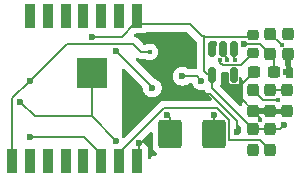
<source format=gbr>
%TF.GenerationSoftware,KiCad,Pcbnew,9.0.3*%
%TF.CreationDate,2025-08-01T16:52:07-04:00*%
%TF.ProjectId,dongle_pcb,646f6e67-6c65-45f7-9063-622e6b696361,rev?*%
%TF.SameCoordinates,Original*%
%TF.FileFunction,Copper,L2,Bot*%
%TF.FilePolarity,Positive*%
%FSLAX46Y46*%
G04 Gerber Fmt 4.6, Leading zero omitted, Abs format (unit mm)*
G04 Created by KiCad (PCBNEW 9.0.3) date 2025-08-01 16:52:07*
%MOMM*%
%LPD*%
G01*
G04 APERTURE LIST*
G04 Aperture macros list*
%AMRoundRect*
0 Rectangle with rounded corners*
0 $1 Rounding radius*
0 $2 $3 $4 $5 $6 $7 $8 $9 X,Y pos of 4 corners*
0 Add a 4 corners polygon primitive as box body*
4,1,4,$2,$3,$4,$5,$6,$7,$8,$9,$2,$3,0*
0 Add four circle primitives for the rounded corners*
1,1,$1+$1,$2,$3*
1,1,$1+$1,$4,$5*
1,1,$1+$1,$6,$7*
1,1,$1+$1,$8,$9*
0 Add four rect primitives between the rounded corners*
20,1,$1+$1,$2,$3,$4,$5,0*
20,1,$1+$1,$4,$5,$6,$7,0*
20,1,$1+$1,$6,$7,$8,$9,0*
20,1,$1+$1,$8,$9,$2,$3,0*%
G04 Aperture macros list end*
%TA.AperFunction,SMDPad,CuDef*%
%ADD10RoundRect,0.237500X-0.237500X0.300000X-0.237500X-0.300000X0.237500X-0.300000X0.237500X0.300000X0*%
%TD*%
%TA.AperFunction,SMDPad,CuDef*%
%ADD11RoundRect,0.250000X-0.750000X-0.950000X0.750000X-0.950000X0.750000X0.950000X-0.750000X0.950000X0*%
%TD*%
%TA.AperFunction,SMDPad,CuDef*%
%ADD12RoundRect,0.225000X0.250000X-0.225000X0.250000X0.225000X-0.250000X0.225000X-0.250000X-0.225000X0*%
%TD*%
%TA.AperFunction,SMDPad,CuDef*%
%ADD13R,0.900000X2.000000*%
%TD*%
%TA.AperFunction,SMDPad,CuDef*%
%ADD14R,2.500000X2.500000*%
%TD*%
%TA.AperFunction,SMDPad,CuDef*%
%ADD15RoundRect,0.237500X0.237500X-0.300000X0.237500X0.300000X-0.237500X0.300000X-0.237500X-0.300000X0*%
%TD*%
%TA.AperFunction,SMDPad,CuDef*%
%ADD16RoundRect,0.150000X-0.150000X0.512500X-0.150000X-0.512500X0.150000X-0.512500X0.150000X0.512500X0*%
%TD*%
%TA.AperFunction,SMDPad,CuDef*%
%ADD17RoundRect,0.237500X0.300000X0.237500X-0.300000X0.237500X-0.300000X-0.237500X0.300000X-0.237500X0*%
%TD*%
%TA.AperFunction,ViaPad*%
%ADD18C,0.600000*%
%TD*%
%TA.AperFunction,ViaPad*%
%ADD19C,0.450000*%
%TD*%
%TA.AperFunction,ViaPad*%
%ADD20C,0.400000*%
%TD*%
%TA.AperFunction,Conductor*%
%ADD21C,0.200000*%
%TD*%
%TA.AperFunction,Conductor*%
%ADD22C,0.150000*%
%TD*%
G04 APERTURE END LIST*
D10*
%TO.P,C4,1*%
%TO.N,Net-(U3-XO)*%
X141780000Y-70477500D03*
%TO.P,C4,2*%
%TO.N,GND*%
X141780000Y-72202500D03*
%TD*%
D11*
%TO.P,Y1,1,1*%
%TO.N,Net-(U3-XO)*%
X131850000Y-78980000D03*
%TO.P,Y1,2,2*%
%TO.N,Net-(U3-XI)*%
X135550000Y-78980000D03*
%TD*%
D12*
%TO.P,R4,1*%
%TO.N,Net-(U1-RST)*%
X138840000Y-72115000D03*
%TO.P,R4,2*%
%TO.N,+3.3V*%
X138840000Y-70565000D03*
%TD*%
D10*
%TO.P,R5,1*%
%TO.N,+3.3V*%
X140310000Y-78565000D03*
%TO.P,R5,2*%
%TO.N,Net-(U1-GPIO2)*%
X140310000Y-80290000D03*
%TD*%
%TO.P,C3,1*%
%TO.N,+3.3V*%
X140310000Y-75257500D03*
%TO.P,C3,2*%
%TO.N,GND*%
X140310000Y-76982500D03*
%TD*%
D13*
%TO.P,U1,1,ADC*%
%TO.N,unconnected-(U1-ADC-Pad1)*%
X119990000Y-68940000D03*
%TO.P,U1,2,EN*%
%TO.N,unconnected-(U1-EN-Pad2)*%
X121490000Y-68940000D03*
%TO.P,U1,3,GPIO14*%
%TO.N,unconnected-(U1-GPIO14-Pad3)*%
X122990000Y-68940000D03*
%TO.P,U1,4,GPIO12*%
%TO.N,unconnected-(U1-GPIO12-Pad4)*%
X124490000Y-68940000D03*
%TO.P,U1,5,GPIO13*%
%TO.N,unconnected-(U1-GPIO13-Pad5)*%
X125990000Y-68940000D03*
%TO.P,U1,6,GPIO15*%
%TO.N,unconnected-(U1-GPIO15-Pad6)*%
X127490000Y-68940000D03*
%TO.P,U1,7,VCC*%
%TO.N,+3.3V*%
X128990000Y-68940000D03*
%TO.P,U1,8,GND*%
%TO.N,GND*%
X128990000Y-81240000D03*
%TO.P,U1,9,GPIO2*%
%TO.N,Net-(U1-GPIO2)*%
X127490000Y-81240000D03*
%TO.P,U1,10,GPIO0*%
%TO.N,Net-(U1-GPIO0)*%
X125990000Y-81240000D03*
%TO.P,U1,11,GPIO4*%
%TO.N,unconnected-(U1-GPIO4-Pad11)*%
X124490000Y-81240000D03*
%TO.P,U1,12,GPIO5*%
%TO.N,unconnected-(U1-GPIO5-Pad12)*%
X122990000Y-81240000D03*
%TO.P,U1,13,RX*%
%TO.N,Net-(U1-RX)*%
X121490000Y-81240000D03*
%TO.P,U1,14,TX*%
%TO.N,Net-(U1-TX)*%
X119990000Y-81240000D03*
%TO.P,U1,15,RST*%
%TO.N,Net-(U1-RST)*%
X118490000Y-81240000D03*
D14*
%TO.P,U1,16,GND*%
%TO.N,GND*%
X125190000Y-73790000D03*
%TD*%
D15*
%TO.P,R3,1*%
%TO.N,Net-(U1-GPIO0)*%
X138850000Y-80290000D03*
%TO.P,R3,2*%
%TO.N,+3.3V*%
X138850000Y-78565000D03*
%TD*%
D10*
%TO.P,C5,1*%
%TO.N,Net-(U3-XI)*%
X138840000Y-75255000D03*
%TO.P,C5,2*%
%TO.N,GND*%
X138840000Y-76980000D03*
%TD*%
D15*
%TO.P,R2,1*%
%TO.N,VBUS*%
X140320000Y-72202500D03*
%TO.P,R2,2*%
%TO.N,Net-(U2-EN)*%
X140320000Y-70477500D03*
%TD*%
D10*
%TO.P,C2,1*%
%TO.N,+3.3V*%
X141770000Y-75267500D03*
%TO.P,C2,2*%
%TO.N,GND*%
X141770000Y-76992500D03*
%TD*%
D16*
%TO.P,U2,1,VIN*%
%TO.N,VBUS*%
X135362500Y-71722500D03*
%TO.P,U2,2,GND*%
%TO.N,GND*%
X136312500Y-71722500D03*
%TO.P,U2,3,EN*%
%TO.N,Net-(U2-EN)*%
X137262500Y-71722500D03*
%TO.P,U2,4,NC*%
%TO.N,unconnected-(U2-NC-Pad4)*%
X137262500Y-73997500D03*
%TO.P,U2,5,VOUT*%
%TO.N,+3.3V*%
X135362500Y-73997500D03*
%TD*%
D17*
%TO.P,C1,1*%
%TO.N,VBUS*%
X140632500Y-73730000D03*
%TO.P,C1,2*%
%TO.N,GND*%
X138907500Y-73730000D03*
%TD*%
D18*
%TO.N,GND*%
X141610000Y-73730000D03*
D19*
X136680000Y-72700000D03*
D18*
X127275000Y-79535000D03*
X119160147Y-76242192D03*
X137500000Y-78830000D03*
X129228527Y-79690000D03*
X133820000Y-75530000D03*
D19*
X139440000Y-77810000D03*
D18*
%TO.N,VBUS*%
X135512500Y-71330000D03*
X138087500Y-71330000D03*
%TO.N,+3.3V*%
X141700000Y-75267500D03*
X141500000Y-78180000D03*
X125180000Y-70714000D03*
%TO.N,Net-(U3-XO)*%
X141700000Y-70477500D03*
X131610000Y-77329000D03*
%TO.N,Net-(U3-XI)*%
X130320000Y-75055000D03*
X127275000Y-71915000D03*
X135570000Y-77330000D03*
D19*
X140950000Y-76120000D03*
D18*
%TO.N,D-*%
X132880000Y-74070000D03*
X134490000Y-74430000D03*
D19*
%TO.N,Net-(U2-EN)*%
X137330000Y-72680000D03*
D20*
X141345376Y-71397552D03*
D18*
%TO.N,Net-(U1-GPIO0)*%
X119960000Y-79230000D03*
X125990000Y-81240000D03*
X138850000Y-80290000D03*
D19*
%TO.N,Net-(U1-RST)*%
X136070000Y-72720000D03*
D20*
X130100000Y-72000000D03*
D18*
X119960000Y-74460000D03*
%TO.N,Net-(U1-RX)*%
X121490000Y-81240000D03*
%TO.N,Net-(U1-TX)*%
X119990000Y-81240000D03*
%TD*%
D21*
%TO.N,GND*%
X129228527Y-79690000D02*
X129228527Y-80479000D01*
X133820000Y-75530000D02*
X135187043Y-75530000D01*
X139440000Y-77580000D02*
X138840000Y-76980000D01*
X137888500Y-75090000D02*
X137888500Y-76028500D01*
X139440000Y-77810000D02*
X139440000Y-77580000D01*
X120367955Y-77450000D02*
X119160147Y-76242192D01*
X125190000Y-73790000D02*
X125190000Y-77450000D01*
X138907500Y-73730000D02*
X137888500Y-74749000D01*
D22*
X136312500Y-72175757D02*
X136312500Y-71722500D01*
D21*
X125190000Y-77450000D02*
X120367955Y-77450000D01*
X129228527Y-80479000D02*
X128990000Y-80479000D01*
X137888500Y-76028500D02*
X138840000Y-76980000D01*
X137888500Y-74749000D02*
X137888500Y-75090000D01*
X135187043Y-75530000D02*
X137500000Y-77842957D01*
X125190000Y-77450000D02*
X127275000Y-79535000D01*
D22*
X136680000Y-72543257D02*
X136312500Y-72175757D01*
D21*
X137500000Y-77842957D02*
X137500000Y-78830000D01*
D22*
X136680000Y-72700000D02*
X136680000Y-72543257D01*
D21*
%TO.N,VBUS*%
X140632500Y-73730000D02*
X140632500Y-72515000D01*
X139447500Y-71330000D02*
X138087500Y-71330000D01*
X135362500Y-71480000D02*
X135512500Y-71330000D01*
X140632500Y-72515000D02*
X140320000Y-72202500D01*
X135362500Y-71722500D02*
X135362500Y-71480000D01*
X140320000Y-72202500D02*
X139447500Y-71330000D01*
%TO.N,+3.3V*%
X134736500Y-70696010D02*
X134769490Y-70729000D01*
X140320000Y-75267500D02*
X140310000Y-75257500D01*
X134769490Y-70729000D02*
X138676000Y-70729000D01*
X133501000Y-69681000D02*
X134516010Y-70696010D01*
X134516010Y-70696010D02*
X134736500Y-70696010D01*
X128801000Y-69681000D02*
X133501000Y-69681000D01*
X141115000Y-78565000D02*
X141500000Y-78180000D01*
X138676000Y-70729000D02*
X138840000Y-70565000D01*
X135362500Y-74210000D02*
X135362500Y-75077500D01*
X138840000Y-70477500D02*
X138791500Y-70429000D01*
X127768000Y-70714000D02*
X128801000Y-69681000D01*
X125180000Y-70714000D02*
X127768000Y-70714000D01*
X138850000Y-78565000D02*
X140310000Y-78565000D01*
X140310000Y-78565000D02*
X141115000Y-78565000D01*
X134736500Y-73584000D02*
X135362500Y-74210000D01*
X135362500Y-75077500D02*
X138850000Y-78565000D01*
X134736500Y-70696010D02*
X134736500Y-73584000D01*
X141770000Y-75267500D02*
X140320000Y-75267500D01*
%TO.N,Net-(U3-XO)*%
X131850000Y-77569000D02*
X131610000Y-77329000D01*
X131850000Y-78980000D02*
X131850000Y-77569000D01*
%TO.N,Net-(U3-XI)*%
X130320000Y-74960000D02*
X127275000Y-71915000D01*
X140834648Y-76095352D02*
X139680352Y-76095352D01*
X140950000Y-76120000D02*
X140859296Y-76120000D01*
X139680352Y-76095352D02*
X138840000Y-75255000D01*
X135570000Y-78960000D02*
X135550000Y-78980000D01*
X130320000Y-75055000D02*
X130320000Y-74960000D01*
X140859296Y-76120000D02*
X140834648Y-76095352D01*
X135570000Y-77330000D02*
X135570000Y-78960000D01*
D22*
%TO.N,D-*%
X134130000Y-74070000D02*
X134490000Y-74430000D01*
X132880000Y-74070000D02*
X134130000Y-74070000D01*
D21*
%TO.N,Net-(U2-EN)*%
X141291143Y-71343319D02*
X141185819Y-71343319D01*
X141185819Y-71343319D02*
X140320000Y-70477500D01*
X137262500Y-72612500D02*
X137330000Y-72680000D01*
X141345376Y-71397552D02*
X141291143Y-71343319D01*
X137320000Y-71780000D02*
X137262500Y-71722500D01*
X137262500Y-71722500D02*
X137262500Y-72612500D01*
%TO.N,Net-(U1-GPIO0)*%
X125990000Y-81240000D02*
X125990000Y-80688000D01*
X125990000Y-80688000D02*
X124532000Y-79230000D01*
X124532000Y-79230000D02*
X119960000Y-79230000D01*
X138850000Y-80290000D02*
X138870000Y-80290000D01*
%TO.N,Net-(U1-RST)*%
X129365000Y-72000000D02*
X128679000Y-71314000D01*
X118490000Y-75930000D02*
X118490000Y-81240000D01*
X137824000Y-73131000D02*
X138840000Y-72115000D01*
X119960000Y-74460000D02*
X118490000Y-75930000D01*
X123106000Y-71314000D02*
X119960000Y-74460000D01*
X136080000Y-72720000D02*
X136080000Y-72925000D01*
X136286000Y-73131000D02*
X137824000Y-73131000D01*
X136080000Y-72925000D02*
X136286000Y-73131000D01*
X128679000Y-71314000D02*
X123106000Y-71314000D01*
X130100000Y-72000000D02*
X129365000Y-72000000D01*
%TO.N,Net-(U1-GPIO2)*%
X135818943Y-76729000D02*
X131341000Y-76729000D01*
X136851000Y-77761057D02*
X135818943Y-76729000D01*
X131341000Y-76729000D02*
X127490000Y-80580000D01*
X127490000Y-80580000D02*
X127490000Y-81240000D01*
X139471500Y-79451500D02*
X136851000Y-79451500D01*
X136851000Y-79451500D02*
X136851000Y-77761057D01*
X140310000Y-80290000D02*
X139471500Y-79451500D01*
%TD*%
%TA.AperFunction,Conductor*%
%TO.N,GND*%
G36*
X130268833Y-78752913D02*
G01*
X130324767Y-78794785D01*
X130349184Y-78860249D01*
X130349500Y-78869095D01*
X130349500Y-79980001D01*
X130349501Y-79980018D01*
X130360000Y-80082796D01*
X130360001Y-80082799D01*
X130415185Y-80249331D01*
X130415187Y-80249336D01*
X130507289Y-80398657D01*
X130631344Y-80522712D01*
X130675522Y-80549961D01*
X130722247Y-80601909D01*
X130733470Y-80670871D01*
X130705627Y-80734953D01*
X130647558Y-80773810D01*
X130610426Y-80779500D01*
X130539562Y-80779500D01*
X130460438Y-80779500D01*
X130422224Y-80789739D01*
X130384009Y-80799979D01*
X130384004Y-80799982D01*
X130315495Y-80839535D01*
X130315487Y-80839541D01*
X130259541Y-80895487D01*
X130259535Y-80895495D01*
X130219982Y-80964004D01*
X130219977Y-80964015D01*
X130208300Y-81007595D01*
X130193807Y-81031370D01*
X130182239Y-81056703D01*
X130175873Y-81060794D01*
X130171935Y-81067255D01*
X130146887Y-81079421D01*
X130123461Y-81094477D01*
X130112712Y-81096022D01*
X130109088Y-81097783D01*
X130088526Y-81099500D01*
X130064000Y-81099500D01*
X129996961Y-81079815D01*
X129951206Y-81027011D01*
X129940000Y-80975500D01*
X129940000Y-80192172D01*
X129939999Y-80192155D01*
X129933598Y-80132627D01*
X129933596Y-80132620D01*
X129883354Y-79997913D01*
X129883350Y-79997906D01*
X129797190Y-79882812D01*
X129797187Y-79882809D01*
X129682093Y-79796649D01*
X129682086Y-79796645D01*
X129547379Y-79746403D01*
X129547372Y-79746401D01*
X129487844Y-79740000D01*
X129478596Y-79740000D01*
X129411557Y-79720315D01*
X129365802Y-79667511D01*
X129355858Y-79598353D01*
X129384883Y-79534797D01*
X129390915Y-79528319D01*
X129762946Y-79156288D01*
X130137821Y-78781412D01*
X130199142Y-78747929D01*
X130268833Y-78752913D01*
G37*
%TD.AperFunction*%
%TA.AperFunction,Conductor*%
G36*
X133267942Y-70301185D02*
G01*
X133288584Y-70317819D01*
X134035488Y-71064723D01*
X134035490Y-71064726D01*
X134099682Y-71128918D01*
X134133166Y-71190239D01*
X134133165Y-71190240D01*
X134133166Y-71190241D01*
X134136000Y-71216598D01*
X134136000Y-73370500D01*
X134116315Y-73437539D01*
X134063511Y-73483294D01*
X134012000Y-73494500D01*
X133487941Y-73494500D01*
X133420902Y-73474815D01*
X133400260Y-73458181D01*
X133390292Y-73448213D01*
X133390288Y-73448210D01*
X133259185Y-73360609D01*
X133259172Y-73360602D01*
X133113501Y-73300264D01*
X133113489Y-73300261D01*
X132958845Y-73269500D01*
X132958842Y-73269500D01*
X132801158Y-73269500D01*
X132801155Y-73269500D01*
X132646510Y-73300261D01*
X132646498Y-73300264D01*
X132500827Y-73360602D01*
X132500814Y-73360609D01*
X132369711Y-73448210D01*
X132369707Y-73448213D01*
X132258213Y-73559707D01*
X132258210Y-73559711D01*
X132170609Y-73690814D01*
X132170602Y-73690827D01*
X132110264Y-73836498D01*
X132110261Y-73836510D01*
X132079500Y-73991153D01*
X132079500Y-74148846D01*
X132110261Y-74303489D01*
X132110264Y-74303501D01*
X132170602Y-74449172D01*
X132170609Y-74449185D01*
X132258210Y-74580288D01*
X132258213Y-74580292D01*
X132369707Y-74691786D01*
X132369711Y-74691789D01*
X132500814Y-74779390D01*
X132500827Y-74779397D01*
X132644989Y-74839110D01*
X132646503Y-74839737D01*
X132801153Y-74870499D01*
X132801156Y-74870500D01*
X132801158Y-74870500D01*
X132958844Y-74870500D01*
X132958845Y-74870499D01*
X133113497Y-74839737D01*
X133259179Y-74779394D01*
X133390289Y-74691789D01*
X133391478Y-74690600D01*
X133400260Y-74681819D01*
X133427187Y-74667115D01*
X133453006Y-74650523D01*
X133459206Y-74649631D01*
X133461583Y-74648334D01*
X133487941Y-74645500D01*
X133629954Y-74645500D01*
X133696993Y-74665185D01*
X133742748Y-74717989D01*
X133744515Y-74722048D01*
X133780602Y-74809172D01*
X133780609Y-74809185D01*
X133868210Y-74940288D01*
X133868213Y-74940292D01*
X133979707Y-75051786D01*
X133979711Y-75051789D01*
X134110814Y-75139390D01*
X134110827Y-75139397D01*
X134256498Y-75199735D01*
X134256503Y-75199737D01*
X134354179Y-75219166D01*
X134411153Y-75230499D01*
X134411156Y-75230500D01*
X134411158Y-75230500D01*
X134568844Y-75230500D01*
X134657128Y-75212939D01*
X134726720Y-75219166D01*
X134781897Y-75262029D01*
X134793623Y-75281981D01*
X134798261Y-75291889D01*
X134802923Y-75309285D01*
X134818669Y-75336557D01*
X134875026Y-75434172D01*
X134881979Y-75446214D01*
X134881981Y-75446217D01*
X135000849Y-75565085D01*
X135000855Y-75565090D01*
X135352584Y-75916819D01*
X135386069Y-75978142D01*
X135381085Y-76047834D01*
X135339213Y-76103767D01*
X135273749Y-76128184D01*
X135264903Y-76128500D01*
X131261940Y-76128500D01*
X131221019Y-76139464D01*
X131221019Y-76139465D01*
X131183751Y-76149451D01*
X131109214Y-76169423D01*
X131109209Y-76169426D01*
X130972290Y-76248475D01*
X130972282Y-76248481D01*
X127981681Y-79239083D01*
X127920358Y-79272568D01*
X127850666Y-79267584D01*
X127794733Y-79225712D01*
X127770316Y-79160248D01*
X127770000Y-79151402D01*
X127770000Y-73558597D01*
X127789685Y-73491558D01*
X127842489Y-73445803D01*
X127911647Y-73435859D01*
X127975203Y-73464884D01*
X127981681Y-73470916D01*
X129483181Y-74972416D01*
X129516666Y-75033739D01*
X129519500Y-75060097D01*
X129519500Y-75133846D01*
X129550261Y-75288489D01*
X129550264Y-75288501D01*
X129610602Y-75434172D01*
X129610609Y-75434185D01*
X129698210Y-75565288D01*
X129698213Y-75565292D01*
X129809707Y-75676786D01*
X129809711Y-75676789D01*
X129940814Y-75764390D01*
X129940827Y-75764397D01*
X130086498Y-75824735D01*
X130086503Y-75824737D01*
X130241153Y-75855499D01*
X130241156Y-75855500D01*
X130241158Y-75855500D01*
X130398844Y-75855500D01*
X130398845Y-75855499D01*
X130553497Y-75824737D01*
X130699179Y-75764394D01*
X130830289Y-75676789D01*
X130941789Y-75565289D01*
X131029394Y-75434179D01*
X131089737Y-75288497D01*
X131120500Y-75133842D01*
X131120500Y-74976158D01*
X131120500Y-74976155D01*
X131120499Y-74976153D01*
X131093364Y-74839737D01*
X131089737Y-74821503D01*
X131082797Y-74804748D01*
X131029397Y-74675827D01*
X131029390Y-74675814D01*
X130941789Y-74544711D01*
X130941786Y-74544707D01*
X130830292Y-74433213D01*
X130830288Y-74433210D01*
X130699185Y-74345609D01*
X130699172Y-74345602D01*
X130553501Y-74285264D01*
X130553489Y-74285261D01*
X130516740Y-74277951D01*
X130454829Y-74245566D01*
X130453250Y-74244015D01*
X128937031Y-72727796D01*
X128903546Y-72666473D01*
X128908530Y-72596781D01*
X128950402Y-72540848D01*
X129015866Y-72516431D01*
X129084139Y-72531283D01*
X129086702Y-72532722D01*
X129133216Y-72559577D01*
X129285943Y-72600501D01*
X129285945Y-72600501D01*
X129451654Y-72600501D01*
X129451670Y-72600500D01*
X129700230Y-72600500D01*
X129762369Y-72618746D01*
X129762819Y-72617905D01*
X129766859Y-72620064D01*
X129767269Y-72620185D01*
X129768087Y-72620721D01*
X129768190Y-72620776D01*
X129878514Y-72666473D01*
X129895672Y-72673580D01*
X129895676Y-72673580D01*
X129895677Y-72673581D01*
X130031004Y-72700500D01*
X130031007Y-72700500D01*
X130168995Y-72700500D01*
X130260041Y-72682389D01*
X130304328Y-72673580D01*
X130431811Y-72620775D01*
X130546542Y-72544114D01*
X130644114Y-72446542D01*
X130720775Y-72331811D01*
X130773580Y-72204328D01*
X130784686Y-72148497D01*
X130800500Y-72068995D01*
X130800500Y-71931004D01*
X130773581Y-71795677D01*
X130773580Y-71795676D01*
X130773580Y-71795672D01*
X130737754Y-71709179D01*
X130720778Y-71668195D01*
X130720771Y-71668182D01*
X130644114Y-71553458D01*
X130644111Y-71553454D01*
X130546545Y-71455888D01*
X130546541Y-71455885D01*
X130431817Y-71379228D01*
X130431804Y-71379221D01*
X130304332Y-71326421D01*
X130304322Y-71326418D01*
X130168995Y-71299500D01*
X130168993Y-71299500D01*
X130031007Y-71299500D01*
X130031005Y-71299500D01*
X129895677Y-71326418D01*
X129895667Y-71326421D01*
X129768190Y-71379223D01*
X129762819Y-71382095D01*
X129762123Y-71380794D01*
X129751072Y-71384253D01*
X129735165Y-71394477D01*
X129704195Y-71398929D01*
X129702438Y-71399480D01*
X129700230Y-71399500D01*
X129665098Y-71399500D01*
X129598059Y-71379815D01*
X129577417Y-71363181D01*
X129166590Y-70952355D01*
X129166588Y-70952352D01*
X129047717Y-70833481D01*
X129047716Y-70833480D01*
X128941317Y-70772051D01*
X128941316Y-70772050D01*
X128930140Y-70765598D01*
X128910785Y-70754423D01*
X128910782Y-70754422D01*
X128910778Y-70754420D01*
X128854843Y-70739432D01*
X128795183Y-70703067D01*
X128764655Y-70640219D01*
X128772950Y-70570844D01*
X128799255Y-70531979D01*
X128854418Y-70476817D01*
X128875041Y-70465555D01*
X128893148Y-70450569D01*
X128905141Y-70449120D01*
X128915741Y-70443333D01*
X128942098Y-70440499D01*
X129487871Y-70440499D01*
X129487872Y-70440499D01*
X129547483Y-70434091D01*
X129682331Y-70383796D01*
X129683500Y-70382920D01*
X129785941Y-70306234D01*
X129851405Y-70281816D01*
X129860252Y-70281500D01*
X133200903Y-70281500D01*
X133267942Y-70301185D01*
G37*
%TD.AperFunction*%
%TA.AperFunction,Conductor*%
G36*
X137656703Y-78221384D02*
G01*
X137663173Y-78227409D01*
X137750861Y-78315097D01*
X137838181Y-78402417D01*
X137852886Y-78429348D01*
X137869477Y-78455163D01*
X137870368Y-78461364D01*
X137871666Y-78463740D01*
X137874500Y-78490097D01*
X137874501Y-78726999D01*
X137854817Y-78794039D01*
X137802013Y-78839794D01*
X137750501Y-78851000D01*
X137575500Y-78851000D01*
X137508461Y-78831315D01*
X137462706Y-78778511D01*
X137451500Y-78727000D01*
X137451500Y-78315097D01*
X137471185Y-78248058D01*
X137523989Y-78202303D01*
X137593147Y-78192359D01*
X137656703Y-78221384D01*
G37*
%TD.AperFunction*%
%TA.AperFunction,Conductor*%
G36*
X139899652Y-76732500D02*
G01*
X140523192Y-76732500D01*
X140590231Y-76752185D01*
X140592048Y-76753375D01*
X140606347Y-76762929D01*
X140738380Y-76817619D01*
X140738384Y-76817619D01*
X140738385Y-76817620D01*
X140878542Y-76845500D01*
X140878545Y-76845500D01*
X141021457Y-76845500D01*
X141115751Y-76826742D01*
X141161620Y-76817619D01*
X141293653Y-76762929D01*
X141294019Y-76762684D01*
X141294240Y-76762614D01*
X141299020Y-76760060D01*
X141299504Y-76760966D01*
X141360692Y-76741800D01*
X141363638Y-76742607D01*
X141363638Y-76742500D01*
X141646000Y-76742500D01*
X141713039Y-76762185D01*
X141758794Y-76814989D01*
X141770000Y-76866500D01*
X141770000Y-77118500D01*
X141750315Y-77185539D01*
X141697511Y-77231294D01*
X141646000Y-77242500D01*
X140726362Y-77242500D01*
X140692306Y-77232500D01*
X139258862Y-77232500D01*
X139250348Y-77230000D01*
X138964000Y-77230000D01*
X138896961Y-77210315D01*
X138851206Y-77157511D01*
X138840000Y-77106000D01*
X138840000Y-76854000D01*
X138859685Y-76786961D01*
X138912489Y-76741206D01*
X138964000Y-76730000D01*
X139891138Y-76730000D01*
X139899652Y-76732500D01*
G37*
%TD.AperFunction*%
%TA.AperFunction,Conductor*%
G36*
X136805039Y-73751185D02*
G01*
X136850794Y-73803989D01*
X136862000Y-73855500D01*
X136862000Y-74534678D01*
X136876532Y-74607735D01*
X136876533Y-74607739D01*
X136879763Y-74612573D01*
X136931899Y-74690601D01*
X136972889Y-74717989D01*
X137014760Y-74745966D01*
X137014764Y-74745967D01*
X137087821Y-74760499D01*
X137087824Y-74760500D01*
X137087826Y-74760500D01*
X137437176Y-74760500D01*
X137437177Y-74760499D01*
X137510240Y-74745966D01*
X137593101Y-74690601D01*
X137648466Y-74607740D01*
X137663000Y-74534674D01*
X137663000Y-74230251D01*
X137682685Y-74163212D01*
X137735489Y-74117457D01*
X137804647Y-74107513D01*
X137868203Y-74136538D01*
X137904706Y-74191247D01*
X137934546Y-74281300D01*
X137934551Y-74281311D01*
X138002594Y-74391624D01*
X138021035Y-74459016D01*
X138002595Y-74521815D01*
X137988474Y-74544711D01*
X137929093Y-74640981D01*
X137929091Y-74640986D01*
X137912651Y-74690600D01*
X137874826Y-74804747D01*
X137874826Y-74804748D01*
X137874825Y-74804748D01*
X137864500Y-74905815D01*
X137864500Y-75604169D01*
X137864501Y-75604187D01*
X137874825Y-75705252D01*
X137929092Y-75869015D01*
X137929093Y-75869018D01*
X138019661Y-76015851D01*
X138033982Y-76030172D01*
X138067467Y-76091495D01*
X138062483Y-76161187D01*
X138033985Y-76205532D01*
X138020052Y-76219465D01*
X137929551Y-76366188D01*
X137929547Y-76366197D01*
X137885978Y-76497679D01*
X137846205Y-76555123D01*
X137781689Y-76581946D01*
X137712913Y-76569631D01*
X137680591Y-76546355D01*
X136104360Y-74970125D01*
X136070875Y-74908802D01*
X136075859Y-74839110D01*
X136085302Y-74819334D01*
X136114244Y-74770398D01*
X136129471Y-74717989D01*
X136160097Y-74612573D01*
X136160098Y-74612567D01*
X136162999Y-74575701D01*
X136163000Y-74575694D01*
X136163000Y-73855500D01*
X136165550Y-73846815D01*
X136164262Y-73837855D01*
X136175240Y-73813813D01*
X136182685Y-73788462D01*
X136189524Y-73782535D01*
X136193286Y-73774299D01*
X136215521Y-73760008D01*
X136235489Y-73742707D01*
X136246001Y-73740419D01*
X136252064Y-73736524D01*
X136286997Y-73731501D01*
X136286999Y-73731501D01*
X136365057Y-73731501D01*
X136365060Y-73731500D01*
X136372668Y-73731500D01*
X136738000Y-73731500D01*
X136805039Y-73751185D01*
G37*
%TD.AperFunction*%
%TA.AperFunction,Conductor*%
G36*
X141973039Y-72222185D02*
G01*
X142018794Y-72274989D01*
X142030000Y-72326500D01*
X142030000Y-73239999D01*
X142066630Y-73239999D01*
X142069175Y-73239869D01*
X142069719Y-73239999D01*
X142069802Y-73239999D01*
X142069802Y-73240018D01*
X142137132Y-73256109D01*
X142185520Y-73306511D01*
X142199500Y-73363708D01*
X142199500Y-74106777D01*
X142179815Y-74173816D01*
X142127011Y-74219571D01*
X142062902Y-74230135D01*
X142056696Y-74229501D01*
X142056680Y-74229500D01*
X142056677Y-74229500D01*
X142056672Y-74229500D01*
X141786071Y-74229500D01*
X141719032Y-74209815D01*
X141673277Y-74157011D01*
X141662713Y-74092897D01*
X141670499Y-74016684D01*
X141670500Y-74016677D01*
X141670499Y-73443324D01*
X141669736Y-73435859D01*
X141660174Y-73342247D01*
X141646261Y-73300261D01*
X141605908Y-73178484D01*
X141605904Y-73178477D01*
X141548461Y-73085346D01*
X141530000Y-73020250D01*
X141530000Y-72326500D01*
X141549685Y-72259461D01*
X141602489Y-72213706D01*
X141654000Y-72202500D01*
X141906000Y-72202500D01*
X141973039Y-72222185D01*
G37*
%TD.AperFunction*%
%TD*%
M02*

</source>
